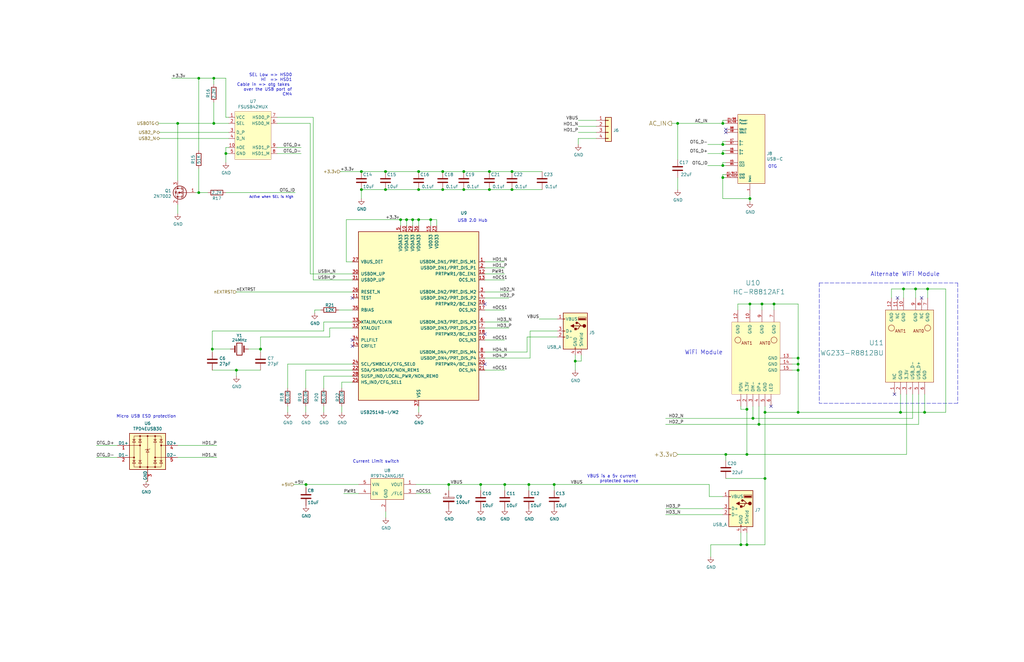
<source format=kicad_sch>
(kicad_sch (version 20210621) (generator eeschema)
  (paper "B")
  (title_block (title "ConnectBox HAT using RPi CM4") (date "2021-10-16") (rev "1.7.2") (comment 1 "JRA"))
  (junction (at 74.93 52.07) (diameter 1.016))
  (junction (at 83.82 33.02) (diameter 1.016))
  (junction (at 83.82 81.28) (diameter 1.016))
  (junction (at 89.535 147.32) (diameter 1.016))
  (junction (at 90.17 33.02) (diameter 1.016))
  (junction (at 90.17 52.07) (diameter 1.016))
  (junction (at 95.25 64.77) (diameter 1.016))
  (junction (at 99.695 156.21) (diameter 1.016))
  (junction (at 109.855 147.32) (diameter 1.016))
  (junction (at 129.032 204.47) (diameter 1.016))
  (junction (at 152.4 72.39) (diameter 1.016))
  (junction (at 152.4 80.01) (diameter 1.016))
  (junction (at 162.56 72.39) (diameter 1.016))
  (junction (at 162.56 80.01) (diameter 1.016))
  (junction (at 168.91 92.71) (diameter 1.016))
  (junction (at 171.45 92.71) (diameter 1.016))
  (junction (at 173.99 92.71) (diameter 1.016))
  (junction (at 176.53 72.39) (diameter 1.016))
  (junction (at 176.53 80.01) (diameter 1.016))
  (junction (at 176.53 92.71) (diameter 1.016))
  (junction (at 181.61 92.71) (diameter 1.016))
  (junction (at 186.69 72.39) (diameter 1.016))
  (junction (at 186.69 80.01) (diameter 1.016))
  (junction (at 189.23 204.47) (diameter 1.016))
  (junction (at 195.58 72.39) (diameter 1.016))
  (junction (at 195.58 80.01) (diameter 1.016))
  (junction (at 202.692 204.47) (diameter 1.016))
  (junction (at 206.375 72.39) (diameter 1.016))
  (junction (at 206.375 80.01) (diameter 1.016))
  (junction (at 212.852 204.47) (diameter 1.016))
  (junction (at 215.9 72.39) (diameter 1.016))
  (junction (at 215.9 80.01) (diameter 1.016))
  (junction (at 223.012 204.47) (diameter 1.016))
  (junction (at 233.68 204.47) (diameter 1.016))
  (junction (at 242.57 152.4) (diameter 1.016))
  (junction (at 285.75 52.07) (diameter 1.016))
  (junction (at 304.8 52.07) (diameter 1.016))
  (junction (at 304.8 60.96) (diameter 1.016))
  (junction (at 304.8 64.77) (diameter 1.016))
  (junction (at 304.8 69.85) (diameter 1.016))
  (junction (at 304.8 74.93) (diameter 1.016))
  (junction (at 306.07 191.77) (diameter 1.016))
  (junction (at 312.42 229.87) (diameter 1.016))
  (junction (at 314.96 172.72) (diameter 1.016))
  (junction (at 314.96 191.77) (diameter 1.016))
  (junction (at 314.96 229.87) (diameter 1.016))
  (junction (at 316.23 83.82) (diameter 1.016))
  (junction (at 316.23 128.27) (diameter 1.016))
  (junction (at 317.5 176.53) (diameter 1.016))
  (junction (at 320.04 179.07) (diameter 1.016))
  (junction (at 321.31 128.27) (diameter 1.016))
  (junction (at 322.58 173.99) (diameter 1.016))
  (junction (at 322.58 201.93) (diameter 1.016))
  (junction (at 326.39 128.27) (diameter 1.016))
  (junction (at 336.55 151.13) (diameter 1.016))
  (junction (at 336.55 153.67) (diameter 1.016))
  (junction (at 336.55 156.21) (diameter 1.016))
  (junction (at 336.55 173.99) (diameter 1.016))
  (junction (at 379.73 173.99) (diameter 1.016))
  (junction (at 381 121.92) (diameter 1.016))
  (junction (at 386.08 121.92) (diameter 1.016))
  (junction (at 389.89 173.99) (diameter 1.016))
  (junction (at 391.16 121.92) (diameter 1.016))
  (no_connect (at 148.59 125.73))
  (no_connect (at 148.59 143.51))
  (no_connect (at 148.59 146.05))
  (no_connect (at 204.47 128.27))
  (no_connect (at 204.47 140.97))
  (no_connect (at 204.47 153.67))
  (no_connect (at 306.07 54.61))
  (no_connect (at 306.07 55.88))
  (no_connect (at 325.12 171.45))
  (no_connect (at 377.19 166.37))
  (no_connect (at 378.46 125.73))
  (no_connect (at 388.62 125.73))
  (wire (pts (xy 40.64 187.96) (xy 49.53 187.96)))
  (wire (pts (xy 40.64 193.04) (xy 49.53 193.04)))
  (wire (pts (xy 62.23 203.2) (xy 61.595 203.2)))
  (wire (pts (xy 66.675 52.07) (xy 74.93 52.07)))
  (wire (pts (xy 67.31 55.88) (xy 96.52 55.88)))
  (wire (pts (xy 67.31 58.42) (xy 96.52 58.42)))
  (wire (pts (xy 72.39 33.02) (xy 83.82 33.02)))
  (wire (pts (xy 74.93 52.07) (xy 74.93 76.2)))
  (wire (pts (xy 74.93 52.07) (xy 90.17 52.07)))
  (wire (pts (xy 74.93 86.36) (xy 74.93 90.17)))
  (wire (pts (xy 74.93 187.96) (xy 91.44 187.96)))
  (wire (pts (xy 74.93 193.04) (xy 91.44 193.04)))
  (wire (pts (xy 82.55 81.28) (xy 83.82 81.28)))
  (wire (pts (xy 83.82 33.02) (xy 83.82 63.5)))
  (wire (pts (xy 83.82 33.02) (xy 90.17 33.02)))
  (wire (pts (xy 83.82 81.28) (xy 83.82 71.12)))
  (wire (pts (xy 83.82 81.28) (xy 87.63 81.28)))
  (wire (pts (xy 89.535 139.7) (xy 89.535 147.32)))
  (wire (pts (xy 89.535 147.32) (xy 97.155 147.32)))
  (wire (pts (xy 89.535 148.59) (xy 89.535 147.32)))
  (wire (pts (xy 89.535 156.21) (xy 99.695 156.21)))
  (wire (pts (xy 90.17 33.02) (xy 90.17 35.56)))
  (wire (pts (xy 90.17 33.02) (xy 95.25 33.02)))
  (wire (pts (xy 90.17 43.18) (xy 90.17 52.07)))
  (wire (pts (xy 90.17 52.07) (xy 96.52 52.07)))
  (wire (pts (xy 95.25 33.02) (xy 95.25 49.53)))
  (wire (pts (xy 95.25 62.23) (xy 95.25 64.77)))
  (wire (pts (xy 95.25 64.77) (xy 95.25 68.58)))
  (wire (pts (xy 95.25 64.77) (xy 96.52 64.77)))
  (wire (pts (xy 95.25 81.28) (xy 124.46 81.28)))
  (wire (pts (xy 96.52 49.53) (xy 95.25 49.53)))
  (wire (pts (xy 96.52 62.23) (xy 95.25 62.23)))
  (wire (pts (xy 99.695 123.19) (xy 148.59 123.19)))
  (wire (pts (xy 99.695 156.21) (xy 99.695 158.75)))
  (wire (pts (xy 99.695 156.21) (xy 109.855 156.21)))
  (wire (pts (xy 104.775 147.32) (xy 109.855 147.32)))
  (wire (pts (xy 109.855 142.24) (xy 109.855 147.32)))
  (wire (pts (xy 109.855 147.32) (xy 109.855 148.59)))
  (wire (pts (xy 116.84 49.53) (xy 132.08 49.53)))
  (wire (pts (xy 116.84 52.07) (xy 130.81 52.07)))
  (wire (pts (xy 116.84 62.23) (xy 127 62.23)))
  (wire (pts (xy 116.84 64.77) (xy 127 64.77)))
  (wire (pts (xy 121.285 153.67) (xy 148.59 153.67)))
  (wire (pts (xy 121.285 163.83) (xy 121.285 153.67)))
  (wire (pts (xy 121.285 171.45) (xy 121.285 173.99)))
  (wire (pts (xy 123.952 204.47) (xy 129.032 204.47)))
  (wire (pts (xy 128.905 156.21) (xy 148.59 156.21)))
  (wire (pts (xy 128.905 163.83) (xy 128.905 156.21)))
  (wire (pts (xy 128.905 171.45) (xy 128.905 173.99)))
  (wire (pts (xy 129.032 204.47) (xy 151.257 204.47)))
  (wire (pts (xy 129.032 205.74) (xy 129.032 204.47)))
  (wire (pts (xy 130.81 52.07) (xy 130.81 115.57)))
  (wire (pts (xy 132.08 49.53) (xy 132.08 118.11)))
  (wire (pts (xy 132.08 118.11) (xy 148.59 118.11)))
  (wire (pts (xy 132.715 130.81) (xy 132.715 132.08)))
  (wire (pts (xy 135.255 130.81) (xy 132.715 130.81)))
  (wire (pts (xy 136.525 135.89) (xy 136.525 139.7)))
  (wire (pts (xy 136.525 135.89) (xy 148.59 135.89)))
  (wire (pts (xy 136.525 139.7) (xy 89.535 139.7)))
  (wire (pts (xy 136.525 158.75) (xy 148.59 158.75)))
  (wire (pts (xy 136.525 163.83) (xy 136.525 158.75)))
  (wire (pts (xy 136.525 171.45) (xy 136.525 173.99)))
  (wire (pts (xy 139.065 138.43) (xy 139.065 142.24)))
  (wire (pts (xy 139.065 142.24) (xy 109.855 142.24)))
  (wire (pts (xy 142.875 130.81) (xy 148.59 130.81)))
  (wire (pts (xy 143.51 72.39) (xy 152.4 72.39)))
  (wire (pts (xy 144.145 161.29) (xy 148.59 161.29)))
  (wire (pts (xy 144.145 163.83) (xy 144.145 161.29)))
  (wire (pts (xy 144.145 171.45) (xy 144.145 173.99)))
  (wire (pts (xy 144.907 208.28) (xy 151.257 208.28)))
  (wire (pts (xy 146.05 92.71) (xy 168.91 92.71)))
  (wire (pts (xy 146.05 110.49) (xy 146.05 92.71)))
  (wire (pts (xy 148.59 110.49) (xy 146.05 110.49)))
  (wire (pts (xy 148.59 115.57) (xy 130.81 115.57)))
  (wire (pts (xy 148.59 138.43) (xy 139.065 138.43)))
  (wire (pts (xy 152.4 72.39) (xy 162.56 72.39)))
  (wire (pts (xy 152.4 80.01) (xy 162.56 80.01)))
  (wire (pts (xy 152.4 83.82) (xy 152.4 80.01)))
  (wire (pts (xy 162.56 72.39) (xy 176.53 72.39)))
  (wire (pts (xy 162.56 80.01) (xy 176.53 80.01)))
  (wire (pts (xy 162.687 215.9) (xy 162.687 218.44)))
  (wire (pts (xy 168.91 92.71) (xy 168.91 95.25)))
  (wire (pts (xy 168.91 92.71) (xy 171.45 92.71)))
  (wire (pts (xy 171.45 92.71) (xy 171.45 95.25)))
  (wire (pts (xy 171.45 92.71) (xy 173.99 92.71)))
  (wire (pts (xy 173.99 92.71) (xy 173.99 95.25)))
  (wire (pts (xy 173.99 92.71) (xy 176.53 92.71)))
  (wire (pts (xy 175.387 204.47) (xy 189.23 204.47)))
  (wire (pts (xy 175.387 208.28) (xy 181.737 208.28)))
  (wire (pts (xy 176.53 72.39) (xy 186.69 72.39)))
  (wire (pts (xy 176.53 80.01) (xy 186.69 80.01)))
  (wire (pts (xy 176.53 92.71) (xy 176.53 95.25)))
  (wire (pts (xy 176.53 92.71) (xy 181.61 92.71)))
  (wire (pts (xy 176.53 171.45) (xy 176.53 173.99)))
  (wire (pts (xy 181.61 92.71) (xy 181.61 95.25)))
  (wire (pts (xy 181.61 92.71) (xy 184.15 92.71)))
  (wire (pts (xy 184.15 92.71) (xy 184.15 95.25)))
  (wire (pts (xy 186.69 72.39) (xy 195.58 72.39)))
  (wire (pts (xy 186.69 80.01) (xy 195.58 80.01)))
  (wire (pts (xy 189.23 204.47) (xy 189.23 207.01)))
  (wire (pts (xy 189.23 204.47) (xy 202.692 204.47)))
  (wire (pts (xy 195.58 72.39) (xy 206.375 72.39)))
  (wire (pts (xy 195.58 80.01) (xy 206.375 80.01)))
  (wire (pts (xy 202.692 204.47) (xy 212.852 204.47)))
  (wire (pts (xy 202.692 207.01) (xy 202.692 204.47)))
  (wire (pts (xy 204.47 110.49) (xy 212.725 110.49)))
  (wire (pts (xy 204.47 113.03) (xy 212.725 113.03)))
  (wire (pts (xy 204.47 115.57) (xy 212.725 115.57)))
  (wire (pts (xy 204.47 118.11) (xy 212.725 118.11)))
  (wire (pts (xy 204.47 123.19) (xy 214.63 123.19)))
  (wire (pts (xy 204.47 125.73) (xy 214.63 125.73)))
  (wire (pts (xy 204.47 130.81) (xy 212.725 130.81)))
  (wire (pts (xy 204.47 135.89) (xy 214.63 135.89)))
  (wire (pts (xy 204.47 138.43) (xy 214.63 138.43)))
  (wire (pts (xy 204.47 143.51) (xy 212.725 143.51)))
  (wire (pts (xy 204.47 148.59) (xy 222.25 148.59)))
  (wire (pts (xy 204.47 151.13) (xy 223.52 151.13)))
  (wire (pts (xy 204.47 156.21) (xy 212.725 156.21)))
  (wire (pts (xy 206.375 72.39) (xy 215.9 72.39)))
  (wire (pts (xy 206.375 80.01) (xy 215.9 80.01)))
  (wire (pts (xy 212.852 204.47) (xy 212.852 207.01)))
  (wire (pts (xy 212.852 204.47) (xy 223.012 204.47)))
  (wire (pts (xy 215.9 72.39) (xy 228.6 72.39)))
  (wire (pts (xy 215.9 80.01) (xy 228.6 80.01)))
  (wire (pts (xy 222.25 142.24) (xy 234.95 142.24)))
  (wire (pts (xy 222.25 148.59) (xy 222.25 142.24)))
  (wire (pts (xy 223.012 204.47) (xy 223.012 207.01)))
  (wire (pts (xy 223.012 204.47) (xy 233.68 204.47)))
  (wire (pts (xy 223.52 139.7) (xy 223.52 151.13)))
  (wire (pts (xy 227.33 134.62) (xy 234.95 134.62)))
  (wire (pts (xy 233.68 204.47) (xy 299.085 204.47)))
  (wire (pts (xy 233.68 207.01) (xy 233.68 204.47)))
  (wire (pts (xy 234.95 139.7) (xy 223.52 139.7)))
  (wire (pts (xy 242.57 149.86) (xy 242.57 152.4)))
  (wire (pts (xy 242.57 152.4) (xy 242.57 156.21)))
  (wire (pts (xy 242.57 152.4) (xy 245.11 152.4)))
  (wire (pts (xy 243.84 50.8) (xy 251.46 50.8)))
  (wire (pts (xy 243.84 53.34) (xy 251.46 53.34)))
  (wire (pts (xy 243.84 55.88) (xy 251.46 55.88)))
  (wire (pts (xy 243.84 58.42) (xy 243.84 60.96)))
  (wire (pts (xy 243.84 58.42) (xy 251.46 58.42)))
  (wire (pts (xy 245.11 149.86) (xy 245.11 152.4)))
  (wire (pts (xy 280.67 176.53) (xy 317.5 176.53)))
  (wire (pts (xy 280.67 179.07) (xy 320.04 179.07)))
  (wire (pts (xy 280.67 214.63) (xy 304.8 214.63)))
  (wire (pts (xy 280.67 217.17) (xy 304.8 217.17)))
  (wire (pts (xy 283.21 52.07) (xy 285.75 52.07)))
  (wire (pts (xy 285.75 52.07) (xy 285.75 67.31)))
  (wire (pts (xy 285.75 52.07) (xy 304.8 52.07)))
  (wire (pts (xy 285.75 74.93) (xy 285.75 80.01)))
  (wire (pts (xy 285.75 191.77) (xy 306.07 191.77)))
  (wire (pts (xy 298.45 60.96) (xy 304.8 60.96)))
  (wire (pts (xy 298.45 64.77) (xy 304.8 64.77)))
  (wire (pts (xy 298.45 69.85) (xy 304.8 69.85)))
  (wire (pts (xy 299.085 209.55) (xy 299.085 204.47)))
  (wire (pts (xy 299.085 209.55) (xy 304.8 209.55)))
  (wire (pts (xy 299.72 229.87) (xy 299.72 234.95)))
  (wire (pts (xy 304.8 52.07) (xy 304.8 50.8)))
  (wire (pts (xy 304.8 60.96) (xy 304.8 59.69)))
  (wire (pts (xy 304.8 63.5) (xy 306.07 63.5)))
  (wire (pts (xy 304.8 64.77) (xy 304.8 63.5)))
  (wire (pts (xy 304.8 68.58) (xy 304.8 69.85)))
  (wire (pts (xy 304.8 68.58) (xy 306.07 68.58)))
  (wire (pts (xy 304.8 69.85) (xy 306.07 69.85)))
  (wire (pts (xy 304.8 74.93) (xy 304.8 73.66)))
  (wire (pts (xy 304.8 74.93) (xy 304.8 83.82)))
  (wire (pts (xy 304.8 83.82) (xy 316.23 83.82)))
  (wire (pts (xy 306.07 50.8) (xy 304.8 50.8)) (stroke (width 0.1524)))
  (wire (pts (xy 306.07 52.07) (xy 304.8 52.07)))
  (wire (pts (xy 306.07 59.69) (xy 304.8 59.69)))
  (wire (pts (xy 306.07 60.96) (xy 304.8 60.96)))
  (wire (pts (xy 306.07 64.77) (xy 304.8 64.77)))
  (wire (pts (xy 306.07 73.66) (xy 304.8 73.66)))
  (wire (pts (xy 306.07 74.93) (xy 304.8 74.93)))
  (wire (pts (xy 306.07 191.77) (xy 306.07 194.31)))
  (wire (pts (xy 306.07 191.77) (xy 314.96 191.77)))
  (wire (pts (xy 311.15 128.27) (xy 311.15 130.81)))
  (wire (pts (xy 312.42 171.45) (xy 312.42 172.72)))
  (wire (pts (xy 312.42 172.72) (xy 314.96 172.72)))
  (wire (pts (xy 312.42 224.79) (xy 312.42 229.87)))
  (wire (pts (xy 312.42 229.87) (xy 299.72 229.87)))
  (wire (pts (xy 312.42 229.87) (xy 314.96 229.87)))
  (wire (pts (xy 314.96 171.45) (xy 314.96 172.72)))
  (wire (pts (xy 314.96 172.72) (xy 314.96 191.77)))
  (wire (pts (xy 314.96 224.79) (xy 314.96 229.87)))
  (wire (pts (xy 314.96 229.87) (xy 322.58 229.87)))
  (wire (pts (xy 316.23 82.55) (xy 316.23 83.82)))
  (wire (pts (xy 316.23 83.82) (xy 316.23 85.09)))
  (wire (pts (xy 316.23 128.27) (xy 311.15 128.27)))
  (wire (pts (xy 316.23 128.27) (xy 316.23 130.81)))
  (wire (pts (xy 317.5 171.45) (xy 317.5 176.53)))
  (wire (pts (xy 320.04 171.45) (xy 320.04 179.07)))
  (wire (pts (xy 321.31 128.27) (xy 316.23 128.27)))
  (wire (pts (xy 321.31 128.27) (xy 321.31 130.81)))
  (wire (pts (xy 322.58 171.45) (xy 322.58 173.99)))
  (wire (pts (xy 322.58 173.99) (xy 322.58 201.93)))
  (wire (pts (xy 322.58 173.99) (xy 336.55 173.99)))
  (wire (pts (xy 322.58 201.93) (xy 306.07 201.93)))
  (wire (pts (xy 322.58 201.93) (xy 322.58 229.87)))
  (wire (pts (xy 326.39 128.27) (xy 321.31 128.27)))
  (wire (pts (xy 326.39 128.27) (xy 336.55 128.27)))
  (wire (pts (xy 326.39 130.81) (xy 326.39 128.27)))
  (wire (pts (xy 334.01 153.67) (xy 336.55 153.67)))
  (wire (pts (xy 334.01 156.21) (xy 336.55 156.21)))
  (wire (pts (xy 336.55 128.27) (xy 336.55 151.13)))
  (wire (pts (xy 336.55 151.13) (xy 334.01 151.13)))
  (wire (pts (xy 336.55 153.67) (xy 336.55 151.13)))
  (wire (pts (xy 336.55 156.21) (xy 336.55 153.67)))
  (wire (pts (xy 336.55 173.99) (xy 336.55 156.21)))
  (wire (pts (xy 375.92 121.92) (xy 381 121.92)))
  (wire (pts (xy 375.92 125.73) (xy 375.92 121.92)))
  (wire (pts (xy 379.73 166.37) (xy 379.73 173.99)))
  (wire (pts (xy 379.73 173.99) (xy 336.55 173.99)))
  (wire (pts (xy 381 121.92) (xy 381 125.73)))
  (wire (pts (xy 381 121.92) (xy 386.08 121.92)))
  (wire (pts (xy 382.27 166.37) (xy 382.27 191.77)))
  (wire (pts (xy 382.27 191.77) (xy 314.96 191.77)))
  (wire (pts (xy 384.81 166.37) (xy 384.81 176.53)))
  (wire (pts (xy 384.81 176.53) (xy 317.5 176.53)))
  (wire (pts (xy 386.08 121.92) (xy 386.08 125.73)))
  (wire (pts (xy 386.08 121.92) (xy 391.16 121.92)))
  (wire (pts (xy 387.35 166.37) (xy 387.35 179.07)))
  (wire (pts (xy 387.35 179.07) (xy 320.04 179.07)))
  (wire (pts (xy 389.89 166.37) (xy 389.89 173.99)))
  (wire (pts (xy 389.89 173.99) (xy 379.73 173.99)))
  (wire (pts (xy 391.16 121.92) (xy 391.16 125.73)))
  (wire (pts (xy 391.16 121.92) (xy 398.78 121.92)))
  (wire (pts (xy 398.78 121.92) (xy 398.78 173.99)))
  (wire (pts (xy 398.78 173.99) (xy 389.89 173.99)))
  (polyline (pts (xy 345.44 119.38) (xy 345.44 170.18)) (stroke (width 0) (type dash)))
  (polyline (pts (xy 345.44 119.38) (xy 403.86 119.38)) (stroke (width 0) (type dash)))
  (polyline (pts (xy 403.86 119.38) (xy 403.86 170.18)) (stroke (width 0) (type dash)))
  (polyline (pts (xy 403.86 170.18) (xy 345.44 170.18)) (stroke (width 0) (type dash)))
  (text "Micro USB ESD protection" (at 74.295 176.53 180) (effects (font (size 1.27 1.27)) (justify right bottom)))
  (text "SEL Low => HSD0\n    Hi  => HSD1\nCable in => otg takes \nover the USB port of\nCM4" (at 123.19 40.64 0) (effects (font (size 1.27 1.27)) (justify right bottom)))
  (text "Active when SEL is high" (at 123.825 83.82 180) (effects (font (size 1.016 1.016)) (justify right bottom)))
  (text "Current Limit switch" (at 168.402 195.58 180) (effects (font (size 1.27 1.27)) (justify right bottom)))
  (text "USB 2.0 Hub" (at 205.5368 93.9292 180) (effects (font (size 1.27 1.27)) (justify right bottom)))
  (text "VBUS is a 5v current \nprotected source" (at 269.24 203.835 180) (effects (font (size 1.27 1.27)) (justify right bottom)))
  (text "WiFi Module" (at 304.8 149.86 180) (effects (font (size 1.778 1.778)) (justify right bottom)))
  (text "OTG" (at 327.66 71.12 180) (effects (font (size 1.27 1.27)) (justify right bottom)))
  (text "Alternate WiFi Module" (at 367.03 116.84 0) (effects (font (size 1.778 1.778)) (justify left bottom)))
  (label "OTG_D+" (at 40.64 187.96 0))
  (label "OTG_D-" (at 40.64 193.04 0))
  (label "+3.3v" (at 72.39 33.02 0))
  (label "HD1_P" (at 91.44 187.96 180))
  (label "HD1_N" (at 91.44 193.04 180))
  (label "nEXTRST" (at 99.695 123.19 0))
  (label "+5V" (at 123.952 204.47 0))
  (label "OTG_ID" (at 124.46 81.28 180))
  (label "OTG_D+" (at 127 62.23 180))
  (label "OTG_D-" (at 127 64.77 180))
  (label "USBH_N" (at 133.985 115.57 0))
  (label "USBH_P" (at 133.985 118.11 0))
  (label "+3.3v" (at 143.51 72.39 0))
  (label "PWR1" (at 144.907 208.28 0))
  (label "+3.3v" (at 162.56 92.71 0))
  (label "nOCS1" (at 175.387 208.28 0))
  (label "VBUS" (at 189.992 204.47 0))
  (label "HD1_N" (at 207.645 110.49 0))
  (label "HD1_P" (at 207.645 113.03 0))
  (label "nOCS1" (at 207.645 118.11 0))
  (label "nOCS1" (at 207.645 130.81 0))
  (label "nOCS1" (at 207.645 143.51 0))
  (label "HD4_N" (at 207.645 148.59 0))
  (label "HD4_P" (at 207.645 151.13 0))
  (label "nOCS1" (at 207.645 156.21 0))
  (label "HD3_N" (at 209.55 135.89 0))
  (label "HD3_P" (at 209.55 138.43 0))
  (label "HD2_N" (at 210.82 123.19 0))
  (label "HD2_P" (at 210.82 125.73 0))
  (label "PWR1" (at 212.725 115.57 180))
  (label "VBUS" (at 227.33 134.62 180))
  (label "VBUS" (at 243.84 50.8 180))
  (label "HD1_N" (at 243.84 53.34 180))
  (label "HD1_P" (at 243.84 55.88 180))
  (label "VBUS" (at 245.745 204.47 180))
  (label "HD3_P" (at 287.02 214.63 180))
  (label "HD3_N" (at 287.02 217.17 180))
  (label "HD2_N" (at 288.29 176.53 180))
  (label "HD2_P" (at 288.29 179.07 180))
  (label "AC_IN" (at 298.45 52.07 180))
  (label "OTG_D-" (at 298.45 60.96 180))
  (label "OTG_D+" (at 298.45 64.77 180))
  (label "OTG_ID" (at 298.45 69.85 180))
  (hierarchical_label "USBOTG" (shape output) (at 66.675 52.07 180))
  (hierarchical_label "USB2_P" (shape bidirectional) (at 67.31 55.88 180))
  (hierarchical_label "USB2_N" (shape bidirectional) (at 67.31 58.42 180))
  (hierarchical_label "nEXTRST" (shape input) (at 99.695 123.19 180))
  (hierarchical_label "+5V" (shape input) (at 123.952 204.47 180))
  (hierarchical_label "+3.3v" (shape input) (at 143.51 72.39 180))
  (hierarchical_label "AC_IN" (shape output) (at 283.21 52.07 180) (effects (font (size 1.778 1.778))))
  (hierarchical_label "+3.3v" (shape input) (at 285.75 191.77 180) (effects (font (size 1.778 1.778))))
  (symbol (lib_id "power:GND") (at 61.595 203.2 0) (unit 1)
    (property "Reference" "#PWR022" (effects hide))
    (property "Value" "GND" (at 61.722 207.5942 0))
  )
  (symbol (lib_id "power:GND") (at 74.93 90.17 0) (unit 1)
    (property "Reference" "#PWR023" (effects hide))
    (property "Value" "GND" (at 75.057 94.5642 0))
  )
  (symbol (lib_id "power:GND") (at 95.25 68.58 0) (unit 1)
    (property "Reference" "#PWR024" (effects hide))
    (property "Value" "GND" (at 95.377 72.9742 0))
  )
  (symbol (lib_id "power:GND") (at 99.695 158.75 0) (unit 1)
    (property "Reference" "#PWR025" (effects hide))
    (property "Value" "GND" (at 99.822 163.1442 0))
  )
  (symbol (lib_id "power:GND") (at 121.285 173.99 0) (unit 1)
    (property "Reference" "#PWR026" (effects hide))
    (property "Value" "GND" (at 121.412 178.3842 0))
  )
  (symbol (lib_id "power:GND") (at 128.905 173.99 0) (unit 1)
    (property "Reference" "#PWR027" (effects hide))
    (property "Value" "GND" (at 129.032 178.3842 0))
  )
  (symbol (lib_id "power:GND") (at 129.032 213.36 0) (unit 1)
    (property "Reference" "#PWR028" (effects hide))
    (property "Value" "GND" (at 129.159 217.7542 0))
  )
  (symbol (lib_id "power:GND") (at 132.715 132.08 0) (unit 1)
    (property "Reference" "#PWR029" (effects hide))
    (property "Value" "GND" (at 132.842 136.4742 0))
  )
  (symbol (lib_id "power:GND") (at 136.525 173.99 0) (unit 1)
    (property "Reference" "#PWR030" (effects hide))
    (property "Value" "GND" (at 136.652 178.3842 0))
  )
  (symbol (lib_id "power:GND") (at 144.145 173.99 0) (unit 1)
    (property "Reference" "#PWR031" (effects hide))
    (property "Value" "GND" (at 144.272 178.3842 0))
  )
  (symbol (lib_id "power:GND") (at 152.4 83.82 0) (unit 1)
    (property "Reference" "#PWR041" (effects hide))
    (property "Value" "GND" (at 152.527 88.2142 0))
  )
  (symbol (lib_id "power:GND") (at 162.687 218.44 0) (unit 1)
    (property "Reference" "#PWR032" (effects hide))
    (property "Value" "GND" (at 162.814 222.8342 0))
  )
  (symbol (lib_id "power:GND") (at 176.53 173.99 0) (unit 1)
    (property "Reference" "#PWR033" (effects hide))
    (property "Value" "GND" (at 176.657 178.3842 0))
  )
  (symbol (lib_id "power:GND") (at 189.23 214.63 0) (unit 1)
    (property "Reference" "#PWR034" (effects hide))
    (property "Value" "GND" (at 189.357 219.0242 0))
  )
  (symbol (lib_id "power:GND") (at 202.692 214.63 0) (unit 1)
    (property "Reference" "#PWR035" (effects hide))
    (property "Value" "GND" (at 202.819 219.0242 0))
  )
  (symbol (lib_id "power:GND") (at 212.852 214.63 0) (unit 1)
    (property "Reference" "#PWR036" (effects hide))
    (property "Value" "GND" (at 212.979 219.0242 0))
  )
  (symbol (lib_id "power:GND") (at 223.012 214.63 0) (unit 1)
    (property "Reference" "#PWR037" (effects hide))
    (property "Value" "GND" (at 223.139 219.0242 0))
  )
  (symbol (lib_id "power:GND") (at 233.68 214.63 0) (unit 1)
    (property "Reference" "#PWR038" (effects hide))
    (property "Value" "GND" (at 233.807 219.0242 0))
  )
  (symbol (lib_id "power:GND") (at 242.57 156.21 0) (unit 1)
    (property "Reference" "#PWR039" (effects hide))
    (property "Value" "GND" (at 242.697 160.6042 0))
  )
  (symbol (lib_id "power:GND") (at 243.84 60.96 0) (unit 1)
    (property "Reference" "#PWR040" (effects hide))
    (property "Value" "GND" (at 243.967 65.3542 0))
  )
  (symbol (lib_id "power:GND") (at 285.75 80.01 0) (unit 1)
    (property "Reference" "#PWR042" (effects hide))
    (property "Value" "GND" (at 285.877 84.4042 0))
  )
  (symbol (lib_id "power:GND") (at 299.72 234.95 0) (unit 1)
    (property "Reference" "#PWR043" (effects hide))
    (property "Value" "GND" (at 299.847 239.3442 0))
  )
  (symbol (lib_id "power:GND") (at 316.23 85.09 0) (unit 1)
    (property "Reference" "#PWR044" (effects hide))
    (property "Value" "GND" (at 316.357 89.4842 0))
  )
  (symbol (lib_id "Device:R") (at 83.82 67.31 0) (unit 1)
    (property "Reference" "R15" (at 81.407 67.31 90))
    (property "Value" "51K" (at 83.82 67.31 90))
    (property "Footprint" "Resistor_SMD:R_0603_1608Metric" (effects hide))
    (property "Manufacturer" "Yageo" (effects hide))
    (property "Manufacturer P/N" "RC0603FR-072K2L" (effects hide))
    (property "Description" "RES SMD 2.2K OHM 1% 1/8W 0603" (effects hide))
    (property "DigiKey P/N" "311-2K2HRCT-ND" (effects hide))
    (property "Type" "SMD" (effects hide))
  )
  (symbol (lib_id "Device:R") (at 90.17 39.37 0) (unit 1)
    (property "Reference" "R16" (at 87.757 39.37 90))
    (property "Value" "2.2K" (at 90.17 39.37 90))
    (property "Footprint" "Resistor_SMD:R_0603_1608Metric" (effects hide))
    (property "Manufacturer" "Yageo" (effects hide))
    (property "Manufacturer P/N" "RC0603FR-072K2L" (effects hide))
    (property "Description" "RES SMD 2.2K OHM 1% 1/8W 0603" (effects hide))
    (property "DigiKey P/N" "311-2K2HRCT-ND" (effects hide))
    (property "Type" "SMD" (effects hide))
  )
  (symbol (lib_id "Device:R") (at 91.44 81.28 90) (unit 1)
    (property "Reference" "R17" (at 91.44 83.693 90))
    (property "Value" "2.2K" (at 91.44 81.28 90))
    (property "Footprint" "Resistor_SMD:R_0603_1608Metric" (effects hide))
    (property "Manufacturer" "Yageo" (effects hide))
    (property "Manufacturer P/N" "RC0603FR-072K2L" (effects hide))
    (property "Description" "RES SMD 2.2K OHM 1% 1/8W 0603" (effects hide))
    (property "DigiKey P/N" "311-2K2HRCT-ND" (effects hide))
    (property "Type" "SMD" (effects hide))
  )
  (symbol (lib_id "Device:R") (at 121.285 167.64 0) (unit 1)
    (property "Reference" "R18" (at 118.872 167.64 90))
    (property "Value" "36.0K" (at 121.285 167.64 90))
    (property "Footprint" "Resistor_SMD:R_0603_1608Metric" (effects hide))
    (property "Manufacturer" "Yageo" (effects hide))
    (property "Manufacturer P/N" "RC0603FR-0736KL" (effects hide))
    (property "Description" "RES SMD 36K OHM 1% 1/8W 0603" (effects hide))
    (property "DigiKey P/N" "311-36KHRCT-ND" (effects hide))
    (property "Type" "SMD" (effects hide))
  )
  (symbol (lib_id "Device:R") (at 128.905 167.64 0) (unit 1)
    (property "Reference" "R19" (at 126.492 167.64 90))
    (property "Value" "36.0K" (at 128.905 167.64 90))
    (property "Footprint" "Resistor_SMD:R_0603_1608Metric" (effects hide))
    (property "Manufacturer" "Yageo" (effects hide))
    (property "Manufacturer P/N" "RC0603FR-0736KL" (effects hide))
    (property "Description" "RES SMD 36K OHM 1% 1/8W 0603" (effects hide))
    (property "DigiKey P/N" "311-36KHRCT-ND" (effects hide))
    (property "Type" "SMD" (effects hide))
  )
  (symbol (lib_id "Device:R") (at 136.525 167.64 0) (unit 1)
    (property "Reference" "R20" (at 133.477 167.64 90))
    (property "Value" "36.0K" (at 136.525 167.64 90))
    (property "Footprint" "Resistor_SMD:R_0603_1608Metric" (effects hide))
    (property "Manufacturer" "Yageo" (effects hide))
    (property "Manufacturer P/N" "RC0603FR-0736KL" (effects hide))
    (property "Description" "RES SMD 36K OHM 1% 1/8W 0603" (effects hide))
    (property "DigiKey P/N" "311-36KHRCT-ND" (effects hide))
    (property "Type" "SMD" (effects hide))
  )
  (symbol (lib_id "Device:R") (at 139.065 130.81 90) (unit 1)
    (property "Reference" "R21" (at 139.065 128.778 90))
    (property "Value" "12K" (at 139.065 130.81 90))
    (property "Footprint" "Resistor_SMD:R_0603_1608Metric" (effects hide))
    (property "Manufacturer" "Yageo" (effects hide))
    (property "Manufacturer P/N" "RC0603FR-0712KL" (effects hide))
    (property "Description" "RES SMD 12K OHM 1% 1/8W 0603" (effects hide))
    (property "DigiKey P/N" "311-12KHRCT-ND" (effects hide))
    (property "Type" "SMD" (effects hide))
  )
  (symbol (lib_id "Device:R") (at 144.145 167.64 0) (unit 1)
    (property "Reference" "R22" (at 142.367 167.64 90))
    (property "Value" "36.0K" (at 144.145 167.64 90))
    (property "Footprint" "Resistor_SMD:R_0603_1608Metric" (effects hide))
    (property "Manufacturer" "Yageo" (effects hide))
    (property "Manufacturer P/N" "RC0603FR-0736KL" (effects hide))
    (property "Description" "RES SMD 36K OHM 1% 1/8W 0603" (effects hide))
    (property "DigiKey P/N" "311-36KHRCT-ND" (effects hide))
    (property "Type" "SMD" (effects hide))
  )
  (symbol (lib_id "Device:C") (at 89.535 152.4 0) (unit 1)
    (property "Reference" "C6" (at 92.456 151.2316 0) (effects (justify left)))
    (property "Value" "27pF" (at 92.456 153.543 0) (effects (justify left)))
    (property "Footprint" "Capacitor_SMD:C_0603_1608Metric" (effects hide))
    (property "Manufacturer" "Murata" (effects hide))
    (property "Manufacturer P/N" "GJM1555C1H270JB01D" (effects hide))
    (property "Description" "27pF 5% 50V Ceramic Capacitor C0G, NP0 0402 (1005 Metric)" (effects hide))
    (property "DigiKey P/N" "490-17672-1-ND" (effects hide))
    (property "Type" "SMD" (effects hide))
  )
  (symbol (lib_id "Device:C") (at 109.855 152.4 0) (unit 1)
    (property "Reference" "C7" (at 112.776 151.2316 0) (effects (justify left)))
    (property "Value" "27pF" (at 112.776 153.543 0) (effects (justify left)))
    (property "Footprint" "Capacitor_SMD:C_0603_1608Metric" (effects hide))
    (property "Manufacturer" "Murata" (effects hide))
    (property "Manufacturer P/N" "GJM1555C1H270JB01D" (effects hide))
    (property "Description" "27pF 5% 50V Ceramic Capacitor C0G, NP0 0402 (1005 Metric)" (effects hide))
    (property "DigiKey P/N" "490-17672-1-ND" (effects hide))
    (property "Type" "SMD" (effects hide))
  )
  (symbol (lib_id "Device:C") (at 129.032 209.55 0) (unit 1)
    (property "Reference" "C8" (at 129.667 207.01 0) (effects (justify left)))
    (property "Value" "10uF" (at 129.667 212.09 0) (effects (justify left)))
    (property "Footprint" "Capacitor_SMD:C_0603_1608Metric" (effects hide))
    (property "Manufacturer" "Samsung Electro-Mechanics" (effects hide))
    (property "Manufacturer P/N" "C0603C106M9PACTU" (effects hide))
    (property "Description" "CAP CER 10UF 6.3V X5R 0603" (effects hide))
    (property "DigiKey P/N" "399-5504-1-ND " (effects hide))
    (property "Type" "SMD" (effects hide))
  )
  (symbol (lib_id "Device:C") (at 152.4 76.2 0) (unit 1)
    (property "Reference" "C14" (at 153.035 73.66 0) (effects (justify left)))
    (property "Value" "10uF" (at 153.035 78.74 0) (effects (justify left)))
    (property "Footprint" "Capacitor_SMD:C_0603_1608Metric" (effects hide))
    (property "Manufacturer" "Samsung Electro-Mechanics" (effects hide))
    (property "Manufacturer P/N" "C0603C106M9PACTU" (effects hide))
    (property "Description" "CAP CER 10UF 6.3V X5R 0603" (effects hide))
    (property "DigiKey P/N" "399-5504-1-ND " (effects hide))
    (property "Type" "SMD" (effects hide))
  )
  (symbol (lib_id "Device:C") (at 162.56 76.2 0) (unit 1)
    (property "Reference" "C15" (at 163.195 73.66 0) (effects (justify left)))
    (property "Value" "10uF" (at 163.195 78.74 0) (effects (justify left)))
    (property "Footprint" "Capacitor_SMD:C_0603_1608Metric" (effects hide))
    (property "Manufacturer" "Samsung Electro-Mechanics" (effects hide))
    (property "Manufacturer P/N" "C0603C106M9PACTU" (effects hide))
    (property "Description" "CAP CER 10UF 6.3V X5R 0603" (effects hide))
    (property "DigiKey P/N" "399-5504-1-ND " (effects hide))
    (property "Type" "SMD" (effects hide))
  )
  (symbol (lib_id "Device:C") (at 176.53 76.2 0) (unit 1)
    (property "Reference" "C16" (at 177.165 73.66 0) (effects (justify left)))
    (property "Value" "0.1uf" (at 177.8 78.74 0) (effects (justify left)))
    (property "Footprint" "Capacitor_SMD:C_0603_1608Metric" (effects hide))
    (property "Manufacturer" "KEMET" (effects hide))
    (property "Manufacturer P/N" "C0603C104K9PAC7867" (effects hide))
    (property "Description" "CAP CER 0.1UF 6.3V X5R 0603" (effects hide))
    (property "DigiKey P/N" "399-17575-1-ND" (effects hide))
    (property "Type" "SMD" (effects hide))
  )
  (symbol (lib_id "Device:C") (at 186.69 76.2 0) (unit 1)
    (property "Reference" "C18" (at 187.325 73.66 0) (effects (justify left)))
    (property "Value" "0.1uf" (at 187.96 78.74 0) (effects (justify left)))
    (property "Footprint" "Capacitor_SMD:C_0603_1608Metric" (effects hide))
    (property "Manufacturer" "KEMET" (effects hide))
    (property "Manufacturer P/N" "C0603C104K9PAC7867" (effects hide))
    (property "Description" "CAP CER 0.1UF 6.3V X5R 0603" (effects hide))
    (property "DigiKey P/N" "399-17575-1-ND" (effects hide))
    (property "Type" "SMD" (effects hide))
  )
  (symbol (lib_id "Device:CP") (at 189.23 210.82 0) (unit 1)
    (property "Reference" "C9" (at 192.2272 209.677 0) (effects (justify left)))
    (property "Value" "100uF" (at 192.2272 211.963 0) (effects (justify left)))
    (property "Footprint" "Capacitor_SMD:CP_Elec_6.3x4.5" (effects hide))
    (property "Manufacturer" "Nichicon" (effects hide))
    (property "Manufacturer P/N" "RSL0J101MCN1GB" (effects hide))
    (property "Description" "Capacitor, SP-Cap, 100u, 6.3V, 18mR ESR" (effects hide))
    (property "DigiKey P/N" "493-3819-1-ND" (effects hide))
    (property "Type" "SMD" (effects hide))
  )
  (symbol (lib_id "Device:C") (at 195.58 76.2 0) (unit 1)
    (property "Reference" "C19" (at 196.215 73.66 0) (effects (justify left)))
    (property "Value" "0.1uf" (at 196.85 78.74 0) (effects (justify left)))
    (property "Footprint" "Capacitor_SMD:C_0603_1608Metric" (effects hide))
    (property "Manufacturer" "KEMET" (effects hide))
    (property "Manufacturer P/N" "C0603C104K9PAC7867" (effects hide))
    (property "Description" "CAP CER 0.1UF 6.3V X5R 0603" (effects hide))
    (property "DigiKey P/N" "399-17575-1-ND" (effects hide))
    (property "Type" "SMD" (effects hide))
  )
  (symbol (lib_id "Device:C") (at 202.692 210.82 0) (unit 1)
    (property "Reference" "C10" (at 203.327 208.28 0) (effects (justify left)))
    (property "Value" "10uF" (at 203.327 213.36 0) (effects (justify left)))
    (property "Footprint" "Capacitor_SMD:C_0603_1608Metric" (effects hide))
    (property "Manufacturer" "Samsung Electro-Mechanics" (effects hide))
    (property "Manufacturer P/N" "C0603C106M9PACTU" (effects hide))
    (property "Description" "CAP CER 10UF 6.3V X5R 0603" (effects hide))
    (property "DigiKey P/N" "399-5504-1-ND " (effects hide))
    (property "Type" "SMD" (effects hide))
  )
  (symbol (lib_id "Device:C") (at 206.375 76.2 0) (unit 1)
    (property "Reference" "C21" (at 207.01 73.66 0) (effects (justify left)))
    (property "Value" "0.1uf" (at 207.645 78.74 0) (effects (justify left)))
    (property "Footprint" "Capacitor_SMD:C_0603_1608Metric" (effects hide))
    (property "Manufacturer" "KEMET" (effects hide))
    (property "Manufacturer P/N" "C0603C104K9PAC7867" (effects hide))
    (property "Description" "CAP CER 0.1UF 6.3V X5R 0603" (effects hide))
    (property "DigiKey P/N" "399-17575-1-ND" (effects hide))
    (property "Type" "SMD" (effects hide))
  )
  (symbol (lib_id "Device:C") (at 212.852 210.82 0) (unit 1)
    (property "Reference" "C11" (at 213.487 208.28 0) (effects (justify left)))
    (property "Value" "10uF" (at 213.487 213.36 0) (effects (justify left)))
    (property "Footprint" "Capacitor_SMD:C_0603_1608Metric" (effects hide))
    (property "Manufacturer" "Samsung Electro-Mechanics" (effects hide))
    (property "Manufacturer P/N" "C0603C106M9PACTU" (effects hide))
    (property "Description" "CAP CER 10UF 6.3V X5R 0603" (effects hide))
    (property "DigiKey P/N" "399-5504-1-ND " (effects hide))
    (property "Type" "SMD" (effects hide))
  )
  (symbol (lib_id "Device:C") (at 215.9 76.2 0) (unit 1)
    (property "Reference" "C22" (at 216.535 73.66 0) (effects (justify left)))
    (property "Value" "0.1uf" (at 217.17 78.74 0) (effects (justify left)))
    (property "Footprint" "Capacitor_SMD:C_0603_1608Metric" (effects hide))
    (property "Manufacturer" "KEMET" (effects hide))
    (property "Manufacturer P/N" "C0603C104K9PAC7867" (effects hide))
    (property "Description" "CAP CER 0.1UF 6.3V X5R 0603" (effects hide))
    (property "DigiKey P/N" "399-17575-1-ND" (effects hide))
    (property "Type" "SMD" (effects hide))
  )
  (symbol (lib_id "Device:C") (at 223.012 210.82 0) (unit 1)
    (property "Reference" "C12" (at 223.647 208.28 0) (effects (justify left)))
    (property "Value" "10uF" (at 223.647 213.36 0) (effects (justify left)))
    (property "Footprint" "Capacitor_SMD:C_0603_1608Metric" (effects hide))
    (property "Manufacturer" "Samsung Electro-Mechanics" (effects hide))
    (property "Manufacturer P/N" "C0603C106M9PACTU" (effects hide))
    (property "Description" "CAP CER 10UF 6.3V X5R 0603" (effects hide))
    (property "DigiKey P/N" "399-5504-1-ND " (effects hide))
    (property "Type" "SMD" (effects hide))
  )
  (symbol (lib_id "Device:C") (at 228.6 76.2 0) (unit 1)
    (property "Reference" "C23" (at 229.235 73.66 0) (effects (justify left)))
    (property "Value" "0.1uf" (at 229.87 78.74 0) (effects (justify left)))
    (property "Footprint" "Capacitor_SMD:C_0603_1608Metric" (effects hide))
    (property "Manufacturer" "KEMET" (effects hide))
    (property "Manufacturer P/N" "C0603C104K9PAC7867" (effects hide))
    (property "Description" "CAP CER 0.1UF 6.3V X5R 0603" (effects hide))
    (property "DigiKey P/N" "399-17575-1-ND" (effects hide))
    (property "Type" "SMD" (effects hide))
  )
  (symbol (lib_id "Device:C") (at 233.68 210.82 0) (unit 1)
    (property "Reference" "C13" (at 234.315 208.28 0) (effects (justify left)))
    (property "Value" "10uF" (at 234.315 213.36 0) (effects (justify left)))
    (property "Footprint" "Capacitor_SMD:C_0603_1608Metric" (effects hide))
    (property "Manufacturer" "Samsung Electro-Mechanics" (effects hide))
    (property "Manufacturer P/N" "C0603C106M9PACTU" (effects hide))
    (property "Description" "CAP CER 10UF 6.3V X5R 0603" (effects hide))
    (property "DigiKey P/N" "399-5504-1-ND " (effects hide))
    (property "Type" "SMD" (effects hide))
  )
  (symbol (lib_id "Device:C") (at 285.75 71.12 0) (unit 1)
    (property "Reference" "C17" (at 286.385 68.58 0) (effects (justify left)))
    (property "Value" "22uF" (at 287.02 73.66 0) (effects (justify left)))
    (property "Footprint" "Capacitor_SMD:C_0603_1608Metric" (effects hide))
    (property "Manufacturer" "Samsung" (effects hide))
    (property "Manufacturer P/N" "CL10A226MQ8NRNC" (effects hide))
    (property "Description" "CAP CER 22UF 6.3V X5R 0603" (effects hide))
    (property "DigiKey P/N" "1276-1193-1-ND" (effects hide))
    (property "Type" "SMD" (effects hide))
  )
  (symbol (lib_id "Device:C") (at 306.07 198.12 0) (unit 1)
    (property "Reference" "C20" (at 306.705 195.58 0) (effects (justify left)))
    (property "Value" "22uF" (at 308.61 199.39 0) (effects (justify left)))
    (property "Footprint" "Capacitor_SMD:C_0603_1608Metric" (effects hide))
    (property "Manufacturer" "Samsung" (effects hide))
    (property "Manufacturer P/N" "CL10A226MQ8NRNC" (effects hide))
    (property "Description" "CAP CER 22UF 6.3V X5R 0603" (effects hide))
    (property "DigiKey P/N" "1276-1193-1-ND" (effects hide))
    (property "Type" "SMD" (effects hide))
  )
  (symbol (lib_id "Device:Crystal") (at 100.965 147.32 0) (unit 1)
    (property "Reference" "Y1" (at 100.965 141.605 0))
    (property "Value" "24MHz" (at 100.965 143.51 0))
    (property "Footprint" "Crystal:Crystal_SMD_HC49-SD" (effects hide))
    (property "Manufacturer" "Qantek" (effects hide))
    (property "Manufacturer P/N" "QCS24.0000F18B23M" (effects hide))
    (property "Description" "24MHz Crystal 18pf 30ppm 30ppm" (effects hide))
    (property "DigiKey P/N" "Newark: 2508493" (effects hide))
    (property "Type" "SMD" (effects hide))
  )
  (symbol (lib_id "Connector_Generic:Conn_01x04") (at 256.54 53.34 0) (unit 1)
    (property "Reference" "J6" (at 258.5721 54.9985 0) (effects (justify left)))
    (property "Value" "Conn_01x04" (effects hide))
    (property "Footprint" "CustomComponents:HFW4R" (effects hide))
    (property "Manufacturer" "Amphenol" (effects hide))
    (property "Manufacturer P/N" "HFW4R-2STE1H1LF" (effects hide))
    (property "Description" "4 Position FFC, FPC Connector Contacts, Top 0.039\" (1.00mm) Surface Mount, Right Angle" (effects hide))
    (property "DigiKey P/N" "609-HFW4R-2STE1H1LFCT-ND" (effects hide))
    (property "Type" "SMD" (effects hide))
  )
  (symbol (lib_id "Device:Q_NMOS_GSD") (at 77.47 81.28 0) (mirror y) (unit 1)
    (property "Reference" "Q1" (at 72.263 80.5191 0) (effects (justify left)))
    (property "Value" "2N7002" (at 72.263 82.8178 0) (effects (justify left)))
    (property "Footprint" "Package_TO_SOT_SMD:SOT-23" (effects hide))
    (property "Manufacturer" "Toshiba" (effects hide))
    (property "Manufacturer P/N" "T2N7002BK,LM" (effects hide))
    (property "Description" "N-Channel 400mA (Ta) 320mW (Ta) Surface Mount SOT-23-3" (effects hide))
    (property "DigiKey P/N" "T2N7002BKLMCT-ND" (effects hide))
  )
  (symbol (lib_id "Connector:USB_A") (at 242.57 139.7 0) (mirror y) (unit 1)
    (property "Reference" "J5" (at 248.4121 140.3361 0) (effects (justify right)))
    (property "Value" "USB_A" (at 230.6321 146.4448 0) (effects (justify right)))
    (property "Footprint" "CustomComponents:USB_A" (effects hide))
    (property "Datasheet" " ~" (effects hide))
    (property "Manufacturer" "On Shore Technology" (effects hide))
    (property "Manufacturer P/N" "USB-A1HSW6" (effects hide))
    (property "Description" "CONN RCPT TYPEA 4POS R/A, USB-A" (effects hide))
    (property "DigiKey P/N" "ED2989-ND" (effects hide))
    (property "Type" "Thru Hole" (effects hide))
  )
  (symbol (lib_id "Connector:USB_A") (at 312.42 214.63 0) (mirror y) (unit 1)
    (property "Reference" "J7" (at 318.2621 215.2661 0) (effects (justify right)))
    (property "Value" "USB_A" (at 300.4821 221.3748 0) (effects (justify right)))
    (property "Footprint" "CustomComponents:USB_A" (effects hide))
    (property "Datasheet" " ~" (effects hide))
    (property "Manufacturer" "On Shore Technology" (effects hide))
    (property "Manufacturer P/N" "USB-A1HSW6" (effects hide))
    (property "Description" "CONN RCPT TYPEA 4POS R/A, USB-A" (effects hide))
    (property "DigiKey P/N" "ED2989-ND" (effects hide))
    (property "Type" "Thru Hole" (effects hide))
  )
  (symbol (lib_id "Custom_1:T9742ANGJ5F") (at 163.957 210.82 0) (unit 1)
    (property "Reference" "U8" (at 163.322 198.5476 0))
    (property "Value" "RT9742ANGJ5F" (at 163.322 200.8463 0))
    (property "Footprint" "Package_TO_SOT_SMD:SOT-23-5" (effects hide))
    (property "Manufacturer" "Richtek" (effects hide))
    (property "Manufacturer P/N" "RT9742ANGJ5F" (effects hide))
    (property "Description" "Power Switch/Driver 1:1 N-Channel 3A TSOT-23-5 " (effects hide))
    (property "DigiKey P/N" "1028-1427-1-ND" (effects hide))
    (property "Type" "SMD" (effects hide))
  )
  (symbol (lib_id "Custom_1:FSUSB42MX") (at 105.41 66.04 0) (mirror y) (unit 1)
    (property "Reference" "U7" (at 106.68 42.799 0))
    (property "Value" "FSUSB42MUX" (at 106.68 45.1104 0))
    (property "Footprint" "Package_SO:MSOP-10_3x3mm_P0.5mm" (effects hide))
    (property "Datasheet" "https://www.onsemi.com/pub/Collateral/FSUSB42-D.PDF" (effects hide))
    (property "Manufacturer" "ON Semiconductor" (effects hide))
    (property "Manufacturer P/N" "FSUSB42MUX" (effects hide))
    (property "Description" "USB Switch IC 1 Channel 10-MSOP" (effects hide))
    (property "DigiKey P/N" "FSUSB42MUXCT-ND " (effects hide))
    (property "Type" "SMD" (effects hide))
  )
  (symbol (lib_id "CM4IO:TPD4EUSB30") (at 62.23 190.5 0) (unit 1)
    (property "Reference" "U6" (at 62.23 178.6382 0))
    (property "Value" "TPD4EUSB30" (at 62.23 180.9496 0))
    (property "Footprint" "CustomComponents:USON-10_2.5x1.0mm_P0.5mm" (effects hide))
    (property "Manufacturer" "TI" (effects hide))
    (property "Manufacturer P/N" "TPD4EUSB30DQAR" (effects hide))
    (property "Description" "Quad TVS diode for high speed signals (USB3, GigE etc.)" (effects hide))
    (property "DigiKey P/N" "296-28063-1-ND" (effects hide))
    (property "Type" "SMD" (effects hide))
  )
  (symbol (lib_id "Custom_1:USB-C") (at 317.5 64.77 0) (mirror y) (unit 1)
    (property "Reference" "J8" (at 323.2913 64.7965 0) (effects (justify right)))
    (property "Value" "USB-C" (at 323.2913 67.0952 0) (effects (justify right)))
    (property "Footprint" "CustomComponents:USB-C-GCT" (effects hide))
    (property "Datasheet" "https://gct.co/files/drawings/usb4105.pdf" (effects hide))
    (property "Manufacturer" "GCT" (effects hide))
    (property "Manufacturer P/N" "USB4105-GF-A" (effects hide))
    (property "Description" "CONN RCP USB2.0 TYP C 24P SMD RA" (effects hide))
    (property "DigiKey P/N" "2073-USB4105-GF-ACT-ND" (effects hide))
  )
  (symbol (lib_id "CustomComponents:WG233-R8812BU") (at 391.16 161.29 0) (unit 1)
    (property "Reference" "U11" (at 372.745 144.6726 0) (effects (font (size 2.032 2.032)) (justify right)))
    (property "Value" "WG233-R8812BU" (at 372.745 148.9601 0) (effects (font (size 2.032 2.032)) (justify right)))
    (property "Footprint" "CustomComponents:WG233-R8812BU" (effects hide))
  )
  (symbol (lib_id "Custom_1:HC-R8812AU2") (at 326.39 166.37 0) (unit 1)
    (property "Reference" "U10" (at 317.5 119.38 0) (effects (font (size 2.032 2.032))))
    (property "Value" "HC-R8812AF1" (at 320.04 123.19 0) (effects (font (size 2.032 2.032))))
    (property "Footprint" "CustomComponents:HC-R8812AU2" (effects hide))
  )
  (symbol (lib_id "Interface_USB:USB2514B_Bi") (at 176.53 133.35 0) (unit 1)
    (property "Reference" "U9" (at 195.58 89.8906 0))
    (property "Value" "USB2514B-I/M2" (at 160.02 173.99 0))
    (property "Footprint" "Package_DFN_QFN:QFN-36-1EP_6x6mm_P0.5mm_EP3.7x3.7mm" (effects hide))
    (property "Datasheet" "http://ww1.microchip.com/downloads/en/DeviceDoc/00001692C.pdf" (effects hide))
    (property "Manufacturer" "MicroChip" (effects hide))
    (property "Manufacturer P/N" "USB2514B-I/M2" (effects hide))
    (property "Description" "USB Hub Controller USB Interface 36-SQFN (6x6)" (effects hide))
    (property "DigiKey P/N" "USB2514B/M2-ND" (effects hide))
    (property "Type" "SMD" (effects hide))
  )
)
</source>
